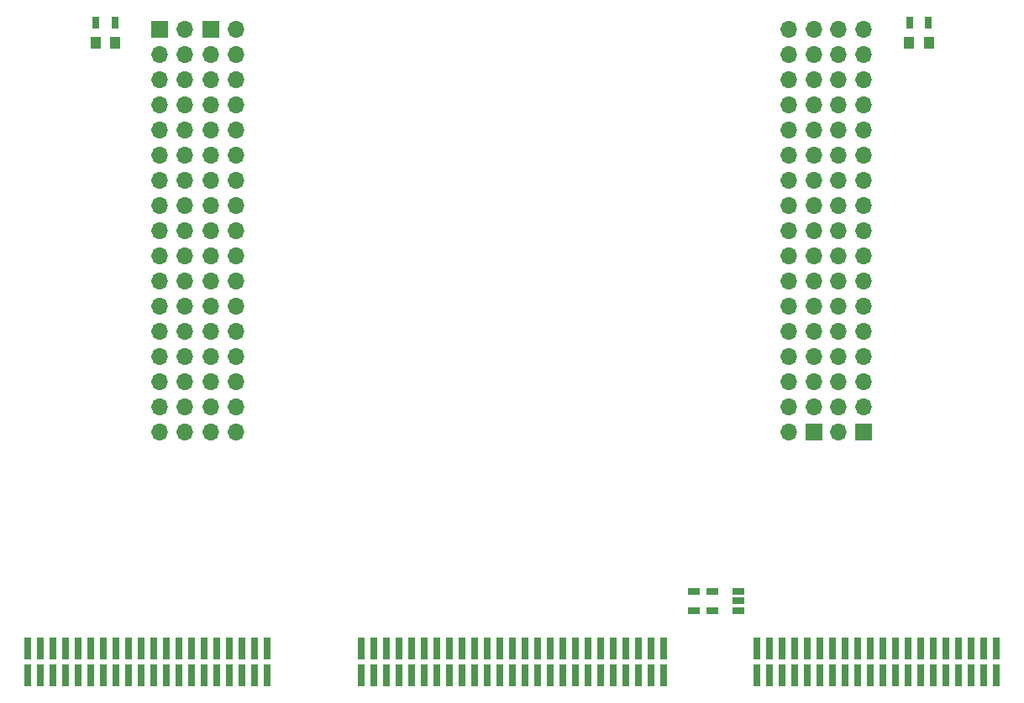
<source format=gtp>
G04 #@! TF.FileFunction,Paste,Top*
%FSLAX46Y46*%
G04 Gerber Fmt 4.6, Leading zero omitted, Abs format (unit mm)*
G04 Created by KiCad (PCBNEW 4.0.1-stable) date 2017-04-27 9:53:12 AM*
%MOMM*%
G01*
G04 APERTURE LIST*
%ADD10C,0.150000*%
%ADD11R,0.736600X2.219960*%
%ADD12R,1.700000X1.700000*%
%ADD13O,1.700000X1.700000*%
%ADD14R,1.000000X1.250000*%
%ADD15R,0.700000X1.300000*%
%ADD16R,1.300000X0.700000*%
%ADD17R,1.220000X0.650000*%
G04 APERTURE END LIST*
D10*
D11*
X63906600Y-142116020D03*
X63906600Y-144843980D03*
X65176600Y-142116020D03*
X65176600Y-144843980D03*
X66446600Y-142116020D03*
X66446600Y-144843980D03*
X67716600Y-142116020D03*
X67716600Y-144843980D03*
X68986600Y-142116020D03*
X68986600Y-144843980D03*
X51206600Y-142116020D03*
X51206600Y-144843980D03*
X52476600Y-142116020D03*
X52476600Y-144843980D03*
X53746600Y-142116020D03*
X53746600Y-144843980D03*
X55016600Y-142116020D03*
X55016600Y-144843980D03*
X56286600Y-142116020D03*
X56286600Y-144843980D03*
X75336600Y-144843980D03*
X75336600Y-142116020D03*
X74066600Y-144843980D03*
X74066600Y-142116020D03*
X72796600Y-144843980D03*
X72796600Y-142116020D03*
X71526600Y-144843980D03*
X71526600Y-142116020D03*
X70256600Y-144843980D03*
X70256600Y-142116020D03*
X62636600Y-144843980D03*
X62636600Y-142116020D03*
X61366600Y-144843980D03*
X61366600Y-142116020D03*
X60096600Y-144843980D03*
X60096600Y-142116020D03*
X58826600Y-144843980D03*
X58826600Y-142116020D03*
X57556600Y-144843980D03*
X57556600Y-142116020D03*
D12*
X64483180Y-79687620D03*
D13*
X67023180Y-79687620D03*
X64483180Y-82227620D03*
X67023180Y-82227620D03*
X64483180Y-84767620D03*
X67023180Y-84767620D03*
X64483180Y-87307620D03*
X67023180Y-87307620D03*
X64483180Y-89847620D03*
X67023180Y-89847620D03*
X64483180Y-92387620D03*
X67023180Y-92387620D03*
X64483180Y-94927620D03*
X67023180Y-94927620D03*
X64483180Y-97467620D03*
X67023180Y-97467620D03*
X64483180Y-100007620D03*
X67023180Y-100007620D03*
X64483180Y-102547620D03*
X67023180Y-102547620D03*
X64483180Y-105087620D03*
X67023180Y-105087620D03*
X64483180Y-107627620D03*
X67023180Y-107627620D03*
X64483180Y-110167620D03*
X67023180Y-110167620D03*
X64483180Y-112707620D03*
X67023180Y-112707620D03*
X64483180Y-115247620D03*
X67023180Y-115247620D03*
X64483180Y-117787620D03*
X67023180Y-117787620D03*
X67023180Y-120327620D03*
X64483180Y-120327620D03*
D12*
X69588580Y-79687620D03*
D13*
X72128580Y-79687620D03*
X69588580Y-82227620D03*
X72128580Y-82227620D03*
X69588580Y-84767620D03*
X72128580Y-84767620D03*
X69588580Y-87307620D03*
X72128580Y-87307620D03*
X69588580Y-89847620D03*
X72128580Y-89847620D03*
X69588580Y-92387620D03*
X72128580Y-92387620D03*
X69588580Y-94927620D03*
X72128580Y-94927620D03*
X69588580Y-97467620D03*
X72128580Y-97467620D03*
X69588580Y-100007620D03*
X72128580Y-100007620D03*
X69588580Y-102547620D03*
X72128580Y-102547620D03*
X69588580Y-105087620D03*
X72128580Y-105087620D03*
X69588580Y-107627620D03*
X72128580Y-107627620D03*
X69588580Y-110167620D03*
X72128580Y-110167620D03*
X69588580Y-112707620D03*
X72128580Y-112707620D03*
X69588580Y-115247620D03*
X72128580Y-115247620D03*
X69588580Y-117787620D03*
X72128580Y-117787620D03*
X72128580Y-120327620D03*
X69588580Y-120327620D03*
D12*
X135448240Y-120314920D03*
D13*
X132908240Y-120314920D03*
X135448240Y-117774920D03*
X132908240Y-117774920D03*
X135448240Y-115234920D03*
X132908240Y-115234920D03*
X135448240Y-112694920D03*
X132908240Y-112694920D03*
X135448240Y-110154920D03*
X132908240Y-110154920D03*
X135448240Y-107614920D03*
X132908240Y-107614920D03*
X135448240Y-105074920D03*
X132908240Y-105074920D03*
X135448240Y-102534920D03*
X132908240Y-102534920D03*
X135448240Y-99994920D03*
X132908240Y-99994920D03*
X135448240Y-97454920D03*
X132908240Y-97454920D03*
X135448240Y-94914920D03*
X132908240Y-94914920D03*
X135448240Y-92374920D03*
X132908240Y-92374920D03*
X135448240Y-89834920D03*
X132908240Y-89834920D03*
X135448240Y-87294920D03*
X132908240Y-87294920D03*
X135448240Y-84754920D03*
X132908240Y-84754920D03*
X135448240Y-82214920D03*
X132908240Y-82214920D03*
X132908240Y-79674920D03*
X135448240Y-79674920D03*
D12*
X130429200Y-120325080D03*
D13*
X127889200Y-120325080D03*
X130429200Y-117785080D03*
X127889200Y-117785080D03*
X130429200Y-115245080D03*
X127889200Y-115245080D03*
X130429200Y-112705080D03*
X127889200Y-112705080D03*
X130429200Y-110165080D03*
X127889200Y-110165080D03*
X130429200Y-107625080D03*
X127889200Y-107625080D03*
X130429200Y-105085080D03*
X127889200Y-105085080D03*
X130429200Y-102545080D03*
X127889200Y-102545080D03*
X130429200Y-100005080D03*
X127889200Y-100005080D03*
X130429200Y-97465080D03*
X127889200Y-97465080D03*
X130429200Y-94925080D03*
X127889200Y-94925080D03*
X130429200Y-92385080D03*
X127889200Y-92385080D03*
X130429200Y-89845080D03*
X127889200Y-89845080D03*
X130429200Y-87305080D03*
X127889200Y-87305080D03*
X130429200Y-84765080D03*
X127889200Y-84765080D03*
X130429200Y-82225080D03*
X127889200Y-82225080D03*
X127889200Y-79685080D03*
X130429200Y-79685080D03*
D14*
X140000000Y-81000000D03*
X142000000Y-81000000D03*
X60000000Y-81000000D03*
X58000000Y-81000000D03*
D15*
X140050000Y-79000000D03*
X141950000Y-79000000D03*
X59950000Y-79000000D03*
X58050000Y-79000000D03*
D16*
X118350000Y-138300000D03*
X118350000Y-136400000D03*
D17*
X122760000Y-138300000D03*
X122760000Y-137350000D03*
X122760000Y-136400000D03*
X120140000Y-136400000D03*
X120140000Y-138300000D03*
D11*
X86030000Y-144843980D03*
X86030000Y-142116020D03*
X94920000Y-144843980D03*
X94920000Y-142116020D03*
X93650000Y-144843980D03*
X93650000Y-142116020D03*
X92380000Y-144843980D03*
X92380000Y-142116020D03*
X91110000Y-144843980D03*
X91110000Y-142116020D03*
X103810000Y-142116020D03*
X103810000Y-144843980D03*
X105080000Y-142116020D03*
X105080000Y-144843980D03*
X106350000Y-142116020D03*
X106350000Y-144843980D03*
X107620000Y-142116020D03*
X107620000Y-144843980D03*
X108890000Y-142116020D03*
X108890000Y-144843980D03*
X84760000Y-142116020D03*
X84760000Y-144843980D03*
X87300000Y-142116020D03*
X87300000Y-144843980D03*
X88570000Y-142116020D03*
X88570000Y-144843980D03*
X89840000Y-142116020D03*
X89840000Y-144843980D03*
X96190000Y-142116020D03*
X96190000Y-144843980D03*
X115240000Y-144843980D03*
X115240000Y-142116020D03*
X113970000Y-144843980D03*
X113970000Y-142116020D03*
X112700000Y-144843980D03*
X112700000Y-142116020D03*
X111430000Y-144843980D03*
X111430000Y-142116020D03*
X110160000Y-144843980D03*
X110160000Y-142116020D03*
X102540000Y-144843980D03*
X102540000Y-142116020D03*
X101270000Y-144843980D03*
X101270000Y-142116020D03*
X100000000Y-144843980D03*
X100000000Y-142116020D03*
X98730000Y-144843980D03*
X98730000Y-142116020D03*
X97460000Y-144843980D03*
X97460000Y-142116020D03*
X137363400Y-142116020D03*
X137363400Y-144843980D03*
X138633400Y-142116020D03*
X138633400Y-144843980D03*
X139903400Y-142116020D03*
X139903400Y-144843980D03*
X141173400Y-142116020D03*
X141173400Y-144843980D03*
X142443400Y-142116020D03*
X142443400Y-144843980D03*
X124663400Y-142116020D03*
X124663400Y-144843980D03*
X125933400Y-142116020D03*
X125933400Y-144843980D03*
X127203400Y-142116020D03*
X127203400Y-144843980D03*
X128473400Y-142116020D03*
X128473400Y-144843980D03*
X129743400Y-142116020D03*
X129743400Y-144843980D03*
X148793400Y-144843980D03*
X148793400Y-142116020D03*
X147523400Y-144843980D03*
X147523400Y-142116020D03*
X146253400Y-144843980D03*
X146253400Y-142116020D03*
X144983400Y-144843980D03*
X144983400Y-142116020D03*
X143713400Y-144843980D03*
X143713400Y-142116020D03*
X136093400Y-144843980D03*
X136093400Y-142116020D03*
X134823400Y-144843980D03*
X134823400Y-142116020D03*
X133553400Y-144843980D03*
X133553400Y-142116020D03*
X132283400Y-144843980D03*
X132283400Y-142116020D03*
X131013400Y-144843980D03*
X131013400Y-142116020D03*
M02*

</source>
